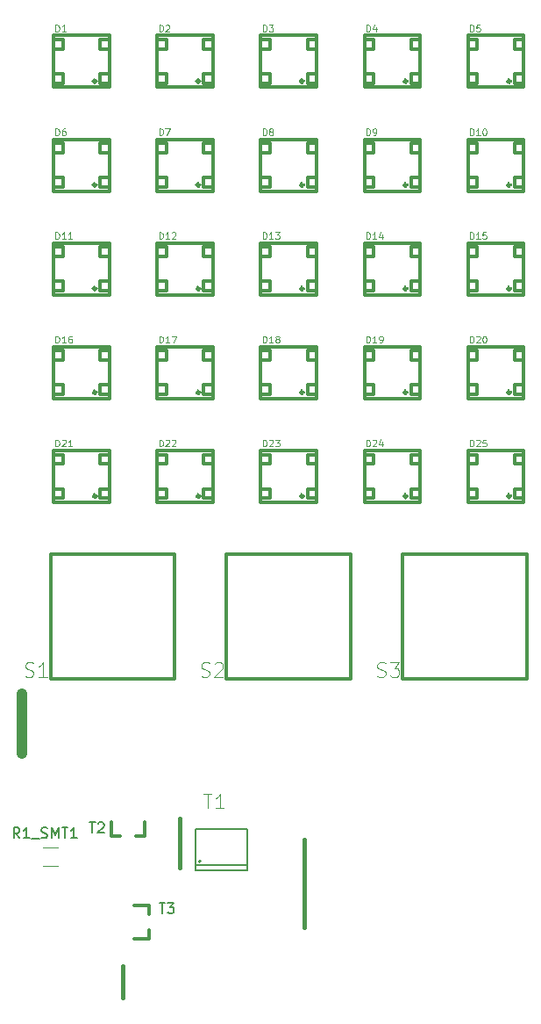
<source format=gbr>
%TF.GenerationSoftware,KiCad,Pcbnew,7.0.7*%
%TF.CreationDate,2023-09-08T08:11:20+02:00*%
%TF.ProjectId,D1Mini_Wuerfel_aktuell,44314d69-6e69-45f5-9775-657266656c5f,rev?*%
%TF.SameCoordinates,Original*%
%TF.FileFunction,Legend,Top*%
%TF.FilePolarity,Positive*%
%FSLAX46Y46*%
G04 Gerber Fmt 4.6, Leading zero omitted, Abs format (unit mm)*
G04 Created by KiCad (PCBNEW 7.0.7) date 2023-09-08 08:11:20*
%MOMM*%
%LPD*%
G01*
G04 APERTURE LIST*
%ADD10C,0.400000*%
%ADD11C,1.000000*%
%ADD12C,0.056000*%
%ADD13C,0.120000*%
%ADD14C,0.150000*%
%ADD15C,0.160000*%
%ADD16C,0.300000*%
%ADD17C,0.200000*%
G04 APERTURE END LIST*
D10*
X117250000Y-147750000D02*
X117250000Y-150750000D01*
X122750000Y-138250000D02*
X122750000Y-133500000D01*
D11*
X107500000Y-121500000D02*
X107500000Y-127250000D01*
D10*
X134750000Y-135500000D02*
X134750000Y-144000000D01*
D12*
X150780175Y-77618274D02*
X150780175Y-76974274D01*
X150780175Y-76974274D02*
X150933508Y-76974274D01*
X150933508Y-76974274D02*
X151025508Y-77004941D01*
X151025508Y-77004941D02*
X151086842Y-77066274D01*
X151086842Y-77066274D02*
X151117508Y-77127608D01*
X151117508Y-77127608D02*
X151148175Y-77250274D01*
X151148175Y-77250274D02*
X151148175Y-77342274D01*
X151148175Y-77342274D02*
X151117508Y-77464941D01*
X151117508Y-77464941D02*
X151086842Y-77526274D01*
X151086842Y-77526274D02*
X151025508Y-77587608D01*
X151025508Y-77587608D02*
X150933508Y-77618274D01*
X150933508Y-77618274D02*
X150780175Y-77618274D01*
X151761508Y-77618274D02*
X151393508Y-77618274D01*
X151577508Y-77618274D02*
X151577508Y-76974274D01*
X151577508Y-76974274D02*
X151516175Y-77066274D01*
X151516175Y-77066274D02*
X151454842Y-77127608D01*
X151454842Y-77127608D02*
X151393508Y-77158274D01*
X152344175Y-76974274D02*
X152037508Y-76974274D01*
X152037508Y-76974274D02*
X152006841Y-77280941D01*
X152006841Y-77280941D02*
X152037508Y-77250274D01*
X152037508Y-77250274D02*
X152098841Y-77219608D01*
X152098841Y-77219608D02*
X152252175Y-77219608D01*
X152252175Y-77219608D02*
X152313508Y-77250274D01*
X152313508Y-77250274D02*
X152344175Y-77280941D01*
X152344175Y-77280941D02*
X152374841Y-77342274D01*
X152374841Y-77342274D02*
X152374841Y-77495608D01*
X152374841Y-77495608D02*
X152344175Y-77556941D01*
X152344175Y-77556941D02*
X152313508Y-77587608D01*
X152313508Y-77587608D02*
X152252175Y-77618274D01*
X152252175Y-77618274D02*
X152098841Y-77618274D01*
X152098841Y-77618274D02*
X152037508Y-77587608D01*
X152037508Y-77587608D02*
X152006841Y-77556941D01*
X130780175Y-87618274D02*
X130780175Y-86974274D01*
X130780175Y-86974274D02*
X130933508Y-86974274D01*
X130933508Y-86974274D02*
X131025508Y-87004941D01*
X131025508Y-87004941D02*
X131086842Y-87066274D01*
X131086842Y-87066274D02*
X131117508Y-87127608D01*
X131117508Y-87127608D02*
X131148175Y-87250274D01*
X131148175Y-87250274D02*
X131148175Y-87342274D01*
X131148175Y-87342274D02*
X131117508Y-87464941D01*
X131117508Y-87464941D02*
X131086842Y-87526274D01*
X131086842Y-87526274D02*
X131025508Y-87587608D01*
X131025508Y-87587608D02*
X130933508Y-87618274D01*
X130933508Y-87618274D02*
X130780175Y-87618274D01*
X131761508Y-87618274D02*
X131393508Y-87618274D01*
X131577508Y-87618274D02*
X131577508Y-86974274D01*
X131577508Y-86974274D02*
X131516175Y-87066274D01*
X131516175Y-87066274D02*
X131454842Y-87127608D01*
X131454842Y-87127608D02*
X131393508Y-87158274D01*
X132129508Y-87250274D02*
X132068175Y-87219608D01*
X132068175Y-87219608D02*
X132037508Y-87188941D01*
X132037508Y-87188941D02*
X132006841Y-87127608D01*
X132006841Y-87127608D02*
X132006841Y-87096941D01*
X132006841Y-87096941D02*
X132037508Y-87035608D01*
X132037508Y-87035608D02*
X132068175Y-87004941D01*
X132068175Y-87004941D02*
X132129508Y-86974274D01*
X132129508Y-86974274D02*
X132252175Y-86974274D01*
X132252175Y-86974274D02*
X132313508Y-87004941D01*
X132313508Y-87004941D02*
X132344175Y-87035608D01*
X132344175Y-87035608D02*
X132374841Y-87096941D01*
X132374841Y-87096941D02*
X132374841Y-87127608D01*
X132374841Y-87127608D02*
X132344175Y-87188941D01*
X132344175Y-87188941D02*
X132313508Y-87219608D01*
X132313508Y-87219608D02*
X132252175Y-87250274D01*
X132252175Y-87250274D02*
X132129508Y-87250274D01*
X132129508Y-87250274D02*
X132068175Y-87280941D01*
X132068175Y-87280941D02*
X132037508Y-87311608D01*
X132037508Y-87311608D02*
X132006841Y-87372941D01*
X132006841Y-87372941D02*
X132006841Y-87495608D01*
X132006841Y-87495608D02*
X132037508Y-87556941D01*
X132037508Y-87556941D02*
X132068175Y-87587608D01*
X132068175Y-87587608D02*
X132129508Y-87618274D01*
X132129508Y-87618274D02*
X132252175Y-87618274D01*
X132252175Y-87618274D02*
X132313508Y-87587608D01*
X132313508Y-87587608D02*
X132344175Y-87556941D01*
X132344175Y-87556941D02*
X132374841Y-87495608D01*
X132374841Y-87495608D02*
X132374841Y-87372941D01*
X132374841Y-87372941D02*
X132344175Y-87311608D01*
X132344175Y-87311608D02*
X132313508Y-87280941D01*
X132313508Y-87280941D02*
X132252175Y-87250274D01*
D13*
X107841804Y-119759160D02*
X108038947Y-119824874D01*
X108038947Y-119824874D02*
X108367518Y-119824874D01*
X108367518Y-119824874D02*
X108498947Y-119759160D01*
X108498947Y-119759160D02*
X108564661Y-119693445D01*
X108564661Y-119693445D02*
X108630375Y-119562017D01*
X108630375Y-119562017D02*
X108630375Y-119430588D01*
X108630375Y-119430588D02*
X108564661Y-119299160D01*
X108564661Y-119299160D02*
X108498947Y-119233445D01*
X108498947Y-119233445D02*
X108367518Y-119167731D01*
X108367518Y-119167731D02*
X108104661Y-119102017D01*
X108104661Y-119102017D02*
X107973232Y-119036302D01*
X107973232Y-119036302D02*
X107907518Y-118970588D01*
X107907518Y-118970588D02*
X107841804Y-118839160D01*
X107841804Y-118839160D02*
X107841804Y-118707731D01*
X107841804Y-118707731D02*
X107907518Y-118576302D01*
X107907518Y-118576302D02*
X107973232Y-118510588D01*
X107973232Y-118510588D02*
X108104661Y-118444874D01*
X108104661Y-118444874D02*
X108433232Y-118444874D01*
X108433232Y-118444874D02*
X108630375Y-118510588D01*
X109944661Y-119824874D02*
X109156090Y-119824874D01*
X109550375Y-119824874D02*
X109550375Y-118444874D01*
X109550375Y-118444874D02*
X109418947Y-118642017D01*
X109418947Y-118642017D02*
X109287518Y-118773445D01*
X109287518Y-118773445D02*
X109156090Y-118839160D01*
D12*
X130780175Y-57618274D02*
X130780175Y-56974274D01*
X130780175Y-56974274D02*
X130933508Y-56974274D01*
X130933508Y-56974274D02*
X131025508Y-57004941D01*
X131025508Y-57004941D02*
X131086842Y-57066274D01*
X131086842Y-57066274D02*
X131117508Y-57127608D01*
X131117508Y-57127608D02*
X131148175Y-57250274D01*
X131148175Y-57250274D02*
X131148175Y-57342274D01*
X131148175Y-57342274D02*
X131117508Y-57464941D01*
X131117508Y-57464941D02*
X131086842Y-57526274D01*
X131086842Y-57526274D02*
X131025508Y-57587608D01*
X131025508Y-57587608D02*
X130933508Y-57618274D01*
X130933508Y-57618274D02*
X130780175Y-57618274D01*
X131362842Y-56974274D02*
X131761508Y-56974274D01*
X131761508Y-56974274D02*
X131546842Y-57219608D01*
X131546842Y-57219608D02*
X131638842Y-57219608D01*
X131638842Y-57219608D02*
X131700175Y-57250274D01*
X131700175Y-57250274D02*
X131730842Y-57280941D01*
X131730842Y-57280941D02*
X131761508Y-57342274D01*
X131761508Y-57342274D02*
X131761508Y-57495608D01*
X131761508Y-57495608D02*
X131730842Y-57556941D01*
X131730842Y-57556941D02*
X131700175Y-57587608D01*
X131700175Y-57587608D02*
X131638842Y-57618274D01*
X131638842Y-57618274D02*
X131454842Y-57618274D01*
X131454842Y-57618274D02*
X131393508Y-57587608D01*
X131393508Y-57587608D02*
X131362842Y-57556941D01*
X140780175Y-87618274D02*
X140780175Y-86974274D01*
X140780175Y-86974274D02*
X140933508Y-86974274D01*
X140933508Y-86974274D02*
X141025508Y-87004941D01*
X141025508Y-87004941D02*
X141086842Y-87066274D01*
X141086842Y-87066274D02*
X141117508Y-87127608D01*
X141117508Y-87127608D02*
X141148175Y-87250274D01*
X141148175Y-87250274D02*
X141148175Y-87342274D01*
X141148175Y-87342274D02*
X141117508Y-87464941D01*
X141117508Y-87464941D02*
X141086842Y-87526274D01*
X141086842Y-87526274D02*
X141025508Y-87587608D01*
X141025508Y-87587608D02*
X140933508Y-87618274D01*
X140933508Y-87618274D02*
X140780175Y-87618274D01*
X141761508Y-87618274D02*
X141393508Y-87618274D01*
X141577508Y-87618274D02*
X141577508Y-86974274D01*
X141577508Y-86974274D02*
X141516175Y-87066274D01*
X141516175Y-87066274D02*
X141454842Y-87127608D01*
X141454842Y-87127608D02*
X141393508Y-87158274D01*
X142068175Y-87618274D02*
X142190841Y-87618274D01*
X142190841Y-87618274D02*
X142252175Y-87587608D01*
X142252175Y-87587608D02*
X142282841Y-87556941D01*
X142282841Y-87556941D02*
X142344175Y-87464941D01*
X142344175Y-87464941D02*
X142374841Y-87342274D01*
X142374841Y-87342274D02*
X142374841Y-87096941D01*
X142374841Y-87096941D02*
X142344175Y-87035608D01*
X142344175Y-87035608D02*
X142313508Y-87004941D01*
X142313508Y-87004941D02*
X142252175Y-86974274D01*
X142252175Y-86974274D02*
X142129508Y-86974274D01*
X142129508Y-86974274D02*
X142068175Y-87004941D01*
X142068175Y-87004941D02*
X142037508Y-87035608D01*
X142037508Y-87035608D02*
X142006841Y-87096941D01*
X142006841Y-87096941D02*
X142006841Y-87250274D01*
X142006841Y-87250274D02*
X142037508Y-87311608D01*
X142037508Y-87311608D02*
X142068175Y-87342274D01*
X142068175Y-87342274D02*
X142129508Y-87372941D01*
X142129508Y-87372941D02*
X142252175Y-87372941D01*
X142252175Y-87372941D02*
X142313508Y-87342274D01*
X142313508Y-87342274D02*
X142344175Y-87311608D01*
X142344175Y-87311608D02*
X142374841Y-87250274D01*
X110780175Y-87618274D02*
X110780175Y-86974274D01*
X110780175Y-86974274D02*
X110933508Y-86974274D01*
X110933508Y-86974274D02*
X111025508Y-87004941D01*
X111025508Y-87004941D02*
X111086842Y-87066274D01*
X111086842Y-87066274D02*
X111117508Y-87127608D01*
X111117508Y-87127608D02*
X111148175Y-87250274D01*
X111148175Y-87250274D02*
X111148175Y-87342274D01*
X111148175Y-87342274D02*
X111117508Y-87464941D01*
X111117508Y-87464941D02*
X111086842Y-87526274D01*
X111086842Y-87526274D02*
X111025508Y-87587608D01*
X111025508Y-87587608D02*
X110933508Y-87618274D01*
X110933508Y-87618274D02*
X110780175Y-87618274D01*
X111761508Y-87618274D02*
X111393508Y-87618274D01*
X111577508Y-87618274D02*
X111577508Y-86974274D01*
X111577508Y-86974274D02*
X111516175Y-87066274D01*
X111516175Y-87066274D02*
X111454842Y-87127608D01*
X111454842Y-87127608D02*
X111393508Y-87158274D01*
X112313508Y-86974274D02*
X112190841Y-86974274D01*
X112190841Y-86974274D02*
X112129508Y-87004941D01*
X112129508Y-87004941D02*
X112098841Y-87035608D01*
X112098841Y-87035608D02*
X112037508Y-87127608D01*
X112037508Y-87127608D02*
X112006841Y-87250274D01*
X112006841Y-87250274D02*
X112006841Y-87495608D01*
X112006841Y-87495608D02*
X112037508Y-87556941D01*
X112037508Y-87556941D02*
X112068175Y-87587608D01*
X112068175Y-87587608D02*
X112129508Y-87618274D01*
X112129508Y-87618274D02*
X112252175Y-87618274D01*
X112252175Y-87618274D02*
X112313508Y-87587608D01*
X112313508Y-87587608D02*
X112344175Y-87556941D01*
X112344175Y-87556941D02*
X112374841Y-87495608D01*
X112374841Y-87495608D02*
X112374841Y-87342274D01*
X112374841Y-87342274D02*
X112344175Y-87280941D01*
X112344175Y-87280941D02*
X112313508Y-87250274D01*
X112313508Y-87250274D02*
X112252175Y-87219608D01*
X112252175Y-87219608D02*
X112129508Y-87219608D01*
X112129508Y-87219608D02*
X112068175Y-87250274D01*
X112068175Y-87250274D02*
X112037508Y-87280941D01*
X112037508Y-87280941D02*
X112006841Y-87342274D01*
D14*
X107297618Y-135364819D02*
X106964285Y-134888628D01*
X106726190Y-135364819D02*
X106726190Y-134364819D01*
X106726190Y-134364819D02*
X107107142Y-134364819D01*
X107107142Y-134364819D02*
X107202380Y-134412438D01*
X107202380Y-134412438D02*
X107249999Y-134460057D01*
X107249999Y-134460057D02*
X107297618Y-134555295D01*
X107297618Y-134555295D02*
X107297618Y-134698152D01*
X107297618Y-134698152D02*
X107249999Y-134793390D01*
X107249999Y-134793390D02*
X107202380Y-134841009D01*
X107202380Y-134841009D02*
X107107142Y-134888628D01*
X107107142Y-134888628D02*
X106726190Y-134888628D01*
X108249999Y-135364819D02*
X107678571Y-135364819D01*
X107964285Y-135364819D02*
X107964285Y-134364819D01*
X107964285Y-134364819D02*
X107869047Y-134507676D01*
X107869047Y-134507676D02*
X107773809Y-134602914D01*
X107773809Y-134602914D02*
X107678571Y-134650533D01*
X108440476Y-135460057D02*
X109202380Y-135460057D01*
X109392857Y-135317200D02*
X109535714Y-135364819D01*
X109535714Y-135364819D02*
X109773809Y-135364819D01*
X109773809Y-135364819D02*
X109869047Y-135317200D01*
X109869047Y-135317200D02*
X109916666Y-135269580D01*
X109916666Y-135269580D02*
X109964285Y-135174342D01*
X109964285Y-135174342D02*
X109964285Y-135079104D01*
X109964285Y-135079104D02*
X109916666Y-134983866D01*
X109916666Y-134983866D02*
X109869047Y-134936247D01*
X109869047Y-134936247D02*
X109773809Y-134888628D01*
X109773809Y-134888628D02*
X109583333Y-134841009D01*
X109583333Y-134841009D02*
X109488095Y-134793390D01*
X109488095Y-134793390D02*
X109440476Y-134745771D01*
X109440476Y-134745771D02*
X109392857Y-134650533D01*
X109392857Y-134650533D02*
X109392857Y-134555295D01*
X109392857Y-134555295D02*
X109440476Y-134460057D01*
X109440476Y-134460057D02*
X109488095Y-134412438D01*
X109488095Y-134412438D02*
X109583333Y-134364819D01*
X109583333Y-134364819D02*
X109821428Y-134364819D01*
X109821428Y-134364819D02*
X109964285Y-134412438D01*
X110392857Y-135364819D02*
X110392857Y-134364819D01*
X110392857Y-134364819D02*
X110726190Y-135079104D01*
X110726190Y-135079104D02*
X111059523Y-134364819D01*
X111059523Y-134364819D02*
X111059523Y-135364819D01*
X111392857Y-134364819D02*
X111964285Y-134364819D01*
X111678571Y-135364819D02*
X111678571Y-134364819D01*
X112821428Y-135364819D02*
X112250000Y-135364819D01*
X112535714Y-135364819D02*
X112535714Y-134364819D01*
X112535714Y-134364819D02*
X112440476Y-134507676D01*
X112440476Y-134507676D02*
X112345238Y-134602914D01*
X112345238Y-134602914D02*
X112250000Y-134650533D01*
D12*
X140780175Y-77618274D02*
X140780175Y-76974274D01*
X140780175Y-76974274D02*
X140933508Y-76974274D01*
X140933508Y-76974274D02*
X141025508Y-77004941D01*
X141025508Y-77004941D02*
X141086842Y-77066274D01*
X141086842Y-77066274D02*
X141117508Y-77127608D01*
X141117508Y-77127608D02*
X141148175Y-77250274D01*
X141148175Y-77250274D02*
X141148175Y-77342274D01*
X141148175Y-77342274D02*
X141117508Y-77464941D01*
X141117508Y-77464941D02*
X141086842Y-77526274D01*
X141086842Y-77526274D02*
X141025508Y-77587608D01*
X141025508Y-77587608D02*
X140933508Y-77618274D01*
X140933508Y-77618274D02*
X140780175Y-77618274D01*
X141761508Y-77618274D02*
X141393508Y-77618274D01*
X141577508Y-77618274D02*
X141577508Y-76974274D01*
X141577508Y-76974274D02*
X141516175Y-77066274D01*
X141516175Y-77066274D02*
X141454842Y-77127608D01*
X141454842Y-77127608D02*
X141393508Y-77158274D01*
X142313508Y-77188941D02*
X142313508Y-77618274D01*
X142160175Y-76943608D02*
X142006841Y-77403608D01*
X142006841Y-77403608D02*
X142405508Y-77403608D01*
X120780175Y-57618274D02*
X120780175Y-56974274D01*
X120780175Y-56974274D02*
X120933508Y-56974274D01*
X120933508Y-56974274D02*
X121025508Y-57004941D01*
X121025508Y-57004941D02*
X121086842Y-57066274D01*
X121086842Y-57066274D02*
X121117508Y-57127608D01*
X121117508Y-57127608D02*
X121148175Y-57250274D01*
X121148175Y-57250274D02*
X121148175Y-57342274D01*
X121148175Y-57342274D02*
X121117508Y-57464941D01*
X121117508Y-57464941D02*
X121086842Y-57526274D01*
X121086842Y-57526274D02*
X121025508Y-57587608D01*
X121025508Y-57587608D02*
X120933508Y-57618274D01*
X120933508Y-57618274D02*
X120780175Y-57618274D01*
X121393508Y-57035608D02*
X121424175Y-57004941D01*
X121424175Y-57004941D02*
X121485508Y-56974274D01*
X121485508Y-56974274D02*
X121638842Y-56974274D01*
X121638842Y-56974274D02*
X121700175Y-57004941D01*
X121700175Y-57004941D02*
X121730842Y-57035608D01*
X121730842Y-57035608D02*
X121761508Y-57096941D01*
X121761508Y-57096941D02*
X121761508Y-57158274D01*
X121761508Y-57158274D02*
X121730842Y-57250274D01*
X121730842Y-57250274D02*
X121362842Y-57618274D01*
X121362842Y-57618274D02*
X121761508Y-57618274D01*
D15*
X114025689Y-133869299D02*
X114597117Y-133869299D01*
X114311403Y-134869299D02*
X114311403Y-133869299D01*
X114882832Y-133964537D02*
X114930451Y-133916918D01*
X114930451Y-133916918D02*
X115025689Y-133869299D01*
X115025689Y-133869299D02*
X115263784Y-133869299D01*
X115263784Y-133869299D02*
X115359022Y-133916918D01*
X115359022Y-133916918D02*
X115406641Y-133964537D01*
X115406641Y-133964537D02*
X115454260Y-134059775D01*
X115454260Y-134059775D02*
X115454260Y-134155013D01*
X115454260Y-134155013D02*
X115406641Y-134297870D01*
X115406641Y-134297870D02*
X114835213Y-134869299D01*
X114835213Y-134869299D02*
X115454260Y-134869299D01*
D12*
X140780175Y-97618274D02*
X140780175Y-96974274D01*
X140780175Y-96974274D02*
X140933508Y-96974274D01*
X140933508Y-96974274D02*
X141025508Y-97004941D01*
X141025508Y-97004941D02*
X141086842Y-97066274D01*
X141086842Y-97066274D02*
X141117508Y-97127608D01*
X141117508Y-97127608D02*
X141148175Y-97250274D01*
X141148175Y-97250274D02*
X141148175Y-97342274D01*
X141148175Y-97342274D02*
X141117508Y-97464941D01*
X141117508Y-97464941D02*
X141086842Y-97526274D01*
X141086842Y-97526274D02*
X141025508Y-97587608D01*
X141025508Y-97587608D02*
X140933508Y-97618274D01*
X140933508Y-97618274D02*
X140780175Y-97618274D01*
X141393508Y-97035608D02*
X141424175Y-97004941D01*
X141424175Y-97004941D02*
X141485508Y-96974274D01*
X141485508Y-96974274D02*
X141638842Y-96974274D01*
X141638842Y-96974274D02*
X141700175Y-97004941D01*
X141700175Y-97004941D02*
X141730842Y-97035608D01*
X141730842Y-97035608D02*
X141761508Y-97096941D01*
X141761508Y-97096941D02*
X141761508Y-97158274D01*
X141761508Y-97158274D02*
X141730842Y-97250274D01*
X141730842Y-97250274D02*
X141362842Y-97618274D01*
X141362842Y-97618274D02*
X141761508Y-97618274D01*
X142313508Y-97188941D02*
X142313508Y-97618274D01*
X142160175Y-96943608D02*
X142006841Y-97403608D01*
X142006841Y-97403608D02*
X142405508Y-97403608D01*
X150780175Y-97618274D02*
X150780175Y-96974274D01*
X150780175Y-96974274D02*
X150933508Y-96974274D01*
X150933508Y-96974274D02*
X151025508Y-97004941D01*
X151025508Y-97004941D02*
X151086842Y-97066274D01*
X151086842Y-97066274D02*
X151117508Y-97127608D01*
X151117508Y-97127608D02*
X151148175Y-97250274D01*
X151148175Y-97250274D02*
X151148175Y-97342274D01*
X151148175Y-97342274D02*
X151117508Y-97464941D01*
X151117508Y-97464941D02*
X151086842Y-97526274D01*
X151086842Y-97526274D02*
X151025508Y-97587608D01*
X151025508Y-97587608D02*
X150933508Y-97618274D01*
X150933508Y-97618274D02*
X150780175Y-97618274D01*
X151393508Y-97035608D02*
X151424175Y-97004941D01*
X151424175Y-97004941D02*
X151485508Y-96974274D01*
X151485508Y-96974274D02*
X151638842Y-96974274D01*
X151638842Y-96974274D02*
X151700175Y-97004941D01*
X151700175Y-97004941D02*
X151730842Y-97035608D01*
X151730842Y-97035608D02*
X151761508Y-97096941D01*
X151761508Y-97096941D02*
X151761508Y-97158274D01*
X151761508Y-97158274D02*
X151730842Y-97250274D01*
X151730842Y-97250274D02*
X151362842Y-97618274D01*
X151362842Y-97618274D02*
X151761508Y-97618274D01*
X152344175Y-96974274D02*
X152037508Y-96974274D01*
X152037508Y-96974274D02*
X152006841Y-97280941D01*
X152006841Y-97280941D02*
X152037508Y-97250274D01*
X152037508Y-97250274D02*
X152098841Y-97219608D01*
X152098841Y-97219608D02*
X152252175Y-97219608D01*
X152252175Y-97219608D02*
X152313508Y-97250274D01*
X152313508Y-97250274D02*
X152344175Y-97280941D01*
X152344175Y-97280941D02*
X152374841Y-97342274D01*
X152374841Y-97342274D02*
X152374841Y-97495608D01*
X152374841Y-97495608D02*
X152344175Y-97556941D01*
X152344175Y-97556941D02*
X152313508Y-97587608D01*
X152313508Y-97587608D02*
X152252175Y-97618274D01*
X152252175Y-97618274D02*
X152098841Y-97618274D01*
X152098841Y-97618274D02*
X152037508Y-97587608D01*
X152037508Y-97587608D02*
X152006841Y-97556941D01*
X150780175Y-87618274D02*
X150780175Y-86974274D01*
X150780175Y-86974274D02*
X150933508Y-86974274D01*
X150933508Y-86974274D02*
X151025508Y-87004941D01*
X151025508Y-87004941D02*
X151086842Y-87066274D01*
X151086842Y-87066274D02*
X151117508Y-87127608D01*
X151117508Y-87127608D02*
X151148175Y-87250274D01*
X151148175Y-87250274D02*
X151148175Y-87342274D01*
X151148175Y-87342274D02*
X151117508Y-87464941D01*
X151117508Y-87464941D02*
X151086842Y-87526274D01*
X151086842Y-87526274D02*
X151025508Y-87587608D01*
X151025508Y-87587608D02*
X150933508Y-87618274D01*
X150933508Y-87618274D02*
X150780175Y-87618274D01*
X151393508Y-87035608D02*
X151424175Y-87004941D01*
X151424175Y-87004941D02*
X151485508Y-86974274D01*
X151485508Y-86974274D02*
X151638842Y-86974274D01*
X151638842Y-86974274D02*
X151700175Y-87004941D01*
X151700175Y-87004941D02*
X151730842Y-87035608D01*
X151730842Y-87035608D02*
X151761508Y-87096941D01*
X151761508Y-87096941D02*
X151761508Y-87158274D01*
X151761508Y-87158274D02*
X151730842Y-87250274D01*
X151730842Y-87250274D02*
X151362842Y-87618274D01*
X151362842Y-87618274D02*
X151761508Y-87618274D01*
X152160175Y-86974274D02*
X152221508Y-86974274D01*
X152221508Y-86974274D02*
X152282841Y-87004941D01*
X152282841Y-87004941D02*
X152313508Y-87035608D01*
X152313508Y-87035608D02*
X152344175Y-87096941D01*
X152344175Y-87096941D02*
X152374841Y-87219608D01*
X152374841Y-87219608D02*
X152374841Y-87372941D01*
X152374841Y-87372941D02*
X152344175Y-87495608D01*
X152344175Y-87495608D02*
X152313508Y-87556941D01*
X152313508Y-87556941D02*
X152282841Y-87587608D01*
X152282841Y-87587608D02*
X152221508Y-87618274D01*
X152221508Y-87618274D02*
X152160175Y-87618274D01*
X152160175Y-87618274D02*
X152098841Y-87587608D01*
X152098841Y-87587608D02*
X152068175Y-87556941D01*
X152068175Y-87556941D02*
X152037508Y-87495608D01*
X152037508Y-87495608D02*
X152006841Y-87372941D01*
X152006841Y-87372941D02*
X152006841Y-87219608D01*
X152006841Y-87219608D02*
X152037508Y-87096941D01*
X152037508Y-87096941D02*
X152068175Y-87035608D01*
X152068175Y-87035608D02*
X152098841Y-87004941D01*
X152098841Y-87004941D02*
X152160175Y-86974274D01*
X110780175Y-77618274D02*
X110780175Y-76974274D01*
X110780175Y-76974274D02*
X110933508Y-76974274D01*
X110933508Y-76974274D02*
X111025508Y-77004941D01*
X111025508Y-77004941D02*
X111086842Y-77066274D01*
X111086842Y-77066274D02*
X111117508Y-77127608D01*
X111117508Y-77127608D02*
X111148175Y-77250274D01*
X111148175Y-77250274D02*
X111148175Y-77342274D01*
X111148175Y-77342274D02*
X111117508Y-77464941D01*
X111117508Y-77464941D02*
X111086842Y-77526274D01*
X111086842Y-77526274D02*
X111025508Y-77587608D01*
X111025508Y-77587608D02*
X110933508Y-77618274D01*
X110933508Y-77618274D02*
X110780175Y-77618274D01*
X111761508Y-77618274D02*
X111393508Y-77618274D01*
X111577508Y-77618274D02*
X111577508Y-76974274D01*
X111577508Y-76974274D02*
X111516175Y-77066274D01*
X111516175Y-77066274D02*
X111454842Y-77127608D01*
X111454842Y-77127608D02*
X111393508Y-77158274D01*
X112374841Y-77618274D02*
X112006841Y-77618274D01*
X112190841Y-77618274D02*
X112190841Y-76974274D01*
X112190841Y-76974274D02*
X112129508Y-77066274D01*
X112129508Y-77066274D02*
X112068175Y-77127608D01*
X112068175Y-77127608D02*
X112006841Y-77158274D01*
D13*
X141841804Y-119759160D02*
X142038947Y-119824874D01*
X142038947Y-119824874D02*
X142367518Y-119824874D01*
X142367518Y-119824874D02*
X142498947Y-119759160D01*
X142498947Y-119759160D02*
X142564661Y-119693445D01*
X142564661Y-119693445D02*
X142630375Y-119562017D01*
X142630375Y-119562017D02*
X142630375Y-119430588D01*
X142630375Y-119430588D02*
X142564661Y-119299160D01*
X142564661Y-119299160D02*
X142498947Y-119233445D01*
X142498947Y-119233445D02*
X142367518Y-119167731D01*
X142367518Y-119167731D02*
X142104661Y-119102017D01*
X142104661Y-119102017D02*
X141973232Y-119036302D01*
X141973232Y-119036302D02*
X141907518Y-118970588D01*
X141907518Y-118970588D02*
X141841804Y-118839160D01*
X141841804Y-118839160D02*
X141841804Y-118707731D01*
X141841804Y-118707731D02*
X141907518Y-118576302D01*
X141907518Y-118576302D02*
X141973232Y-118510588D01*
X141973232Y-118510588D02*
X142104661Y-118444874D01*
X142104661Y-118444874D02*
X142433232Y-118444874D01*
X142433232Y-118444874D02*
X142630375Y-118510588D01*
X143090375Y-118444874D02*
X143944661Y-118444874D01*
X143944661Y-118444874D02*
X143484661Y-118970588D01*
X143484661Y-118970588D02*
X143681804Y-118970588D01*
X143681804Y-118970588D02*
X143813233Y-119036302D01*
X143813233Y-119036302D02*
X143878947Y-119102017D01*
X143878947Y-119102017D02*
X143944661Y-119233445D01*
X143944661Y-119233445D02*
X143944661Y-119562017D01*
X143944661Y-119562017D02*
X143878947Y-119693445D01*
X143878947Y-119693445D02*
X143813233Y-119759160D01*
X143813233Y-119759160D02*
X143681804Y-119824874D01*
X143681804Y-119824874D02*
X143287518Y-119824874D01*
X143287518Y-119824874D02*
X143156090Y-119759160D01*
X143156090Y-119759160D02*
X143090375Y-119693445D01*
D12*
X110780175Y-97618274D02*
X110780175Y-96974274D01*
X110780175Y-96974274D02*
X110933508Y-96974274D01*
X110933508Y-96974274D02*
X111025508Y-97004941D01*
X111025508Y-97004941D02*
X111086842Y-97066274D01*
X111086842Y-97066274D02*
X111117508Y-97127608D01*
X111117508Y-97127608D02*
X111148175Y-97250274D01*
X111148175Y-97250274D02*
X111148175Y-97342274D01*
X111148175Y-97342274D02*
X111117508Y-97464941D01*
X111117508Y-97464941D02*
X111086842Y-97526274D01*
X111086842Y-97526274D02*
X111025508Y-97587608D01*
X111025508Y-97587608D02*
X110933508Y-97618274D01*
X110933508Y-97618274D02*
X110780175Y-97618274D01*
X111393508Y-97035608D02*
X111424175Y-97004941D01*
X111424175Y-97004941D02*
X111485508Y-96974274D01*
X111485508Y-96974274D02*
X111638842Y-96974274D01*
X111638842Y-96974274D02*
X111700175Y-97004941D01*
X111700175Y-97004941D02*
X111730842Y-97035608D01*
X111730842Y-97035608D02*
X111761508Y-97096941D01*
X111761508Y-97096941D02*
X111761508Y-97158274D01*
X111761508Y-97158274D02*
X111730842Y-97250274D01*
X111730842Y-97250274D02*
X111362842Y-97618274D01*
X111362842Y-97618274D02*
X111761508Y-97618274D01*
X112374841Y-97618274D02*
X112006841Y-97618274D01*
X112190841Y-97618274D02*
X112190841Y-96974274D01*
X112190841Y-96974274D02*
X112129508Y-97066274D01*
X112129508Y-97066274D02*
X112068175Y-97127608D01*
X112068175Y-97127608D02*
X112006841Y-97158274D01*
X120780175Y-77618274D02*
X120780175Y-76974274D01*
X120780175Y-76974274D02*
X120933508Y-76974274D01*
X120933508Y-76974274D02*
X121025508Y-77004941D01*
X121025508Y-77004941D02*
X121086842Y-77066274D01*
X121086842Y-77066274D02*
X121117508Y-77127608D01*
X121117508Y-77127608D02*
X121148175Y-77250274D01*
X121148175Y-77250274D02*
X121148175Y-77342274D01*
X121148175Y-77342274D02*
X121117508Y-77464941D01*
X121117508Y-77464941D02*
X121086842Y-77526274D01*
X121086842Y-77526274D02*
X121025508Y-77587608D01*
X121025508Y-77587608D02*
X120933508Y-77618274D01*
X120933508Y-77618274D02*
X120780175Y-77618274D01*
X121761508Y-77618274D02*
X121393508Y-77618274D01*
X121577508Y-77618274D02*
X121577508Y-76974274D01*
X121577508Y-76974274D02*
X121516175Y-77066274D01*
X121516175Y-77066274D02*
X121454842Y-77127608D01*
X121454842Y-77127608D02*
X121393508Y-77158274D01*
X122006841Y-77035608D02*
X122037508Y-77004941D01*
X122037508Y-77004941D02*
X122098841Y-76974274D01*
X122098841Y-76974274D02*
X122252175Y-76974274D01*
X122252175Y-76974274D02*
X122313508Y-77004941D01*
X122313508Y-77004941D02*
X122344175Y-77035608D01*
X122344175Y-77035608D02*
X122374841Y-77096941D01*
X122374841Y-77096941D02*
X122374841Y-77158274D01*
X122374841Y-77158274D02*
X122344175Y-77250274D01*
X122344175Y-77250274D02*
X121976175Y-77618274D01*
X121976175Y-77618274D02*
X122374841Y-77618274D01*
X110780175Y-67618274D02*
X110780175Y-66974274D01*
X110780175Y-66974274D02*
X110933508Y-66974274D01*
X110933508Y-66974274D02*
X111025508Y-67004941D01*
X111025508Y-67004941D02*
X111086842Y-67066274D01*
X111086842Y-67066274D02*
X111117508Y-67127608D01*
X111117508Y-67127608D02*
X111148175Y-67250274D01*
X111148175Y-67250274D02*
X111148175Y-67342274D01*
X111148175Y-67342274D02*
X111117508Y-67464941D01*
X111117508Y-67464941D02*
X111086842Y-67526274D01*
X111086842Y-67526274D02*
X111025508Y-67587608D01*
X111025508Y-67587608D02*
X110933508Y-67618274D01*
X110933508Y-67618274D02*
X110780175Y-67618274D01*
X111700175Y-66974274D02*
X111577508Y-66974274D01*
X111577508Y-66974274D02*
X111516175Y-67004941D01*
X111516175Y-67004941D02*
X111485508Y-67035608D01*
X111485508Y-67035608D02*
X111424175Y-67127608D01*
X111424175Y-67127608D02*
X111393508Y-67250274D01*
X111393508Y-67250274D02*
X111393508Y-67495608D01*
X111393508Y-67495608D02*
X111424175Y-67556941D01*
X111424175Y-67556941D02*
X111454842Y-67587608D01*
X111454842Y-67587608D02*
X111516175Y-67618274D01*
X111516175Y-67618274D02*
X111638842Y-67618274D01*
X111638842Y-67618274D02*
X111700175Y-67587608D01*
X111700175Y-67587608D02*
X111730842Y-67556941D01*
X111730842Y-67556941D02*
X111761508Y-67495608D01*
X111761508Y-67495608D02*
X111761508Y-67342274D01*
X111761508Y-67342274D02*
X111730842Y-67280941D01*
X111730842Y-67280941D02*
X111700175Y-67250274D01*
X111700175Y-67250274D02*
X111638842Y-67219608D01*
X111638842Y-67219608D02*
X111516175Y-67219608D01*
X111516175Y-67219608D02*
X111454842Y-67250274D01*
X111454842Y-67250274D02*
X111424175Y-67280941D01*
X111424175Y-67280941D02*
X111393508Y-67342274D01*
X130780175Y-77618274D02*
X130780175Y-76974274D01*
X130780175Y-76974274D02*
X130933508Y-76974274D01*
X130933508Y-76974274D02*
X131025508Y-77004941D01*
X131025508Y-77004941D02*
X131086842Y-77066274D01*
X131086842Y-77066274D02*
X131117508Y-77127608D01*
X131117508Y-77127608D02*
X131148175Y-77250274D01*
X131148175Y-77250274D02*
X131148175Y-77342274D01*
X131148175Y-77342274D02*
X131117508Y-77464941D01*
X131117508Y-77464941D02*
X131086842Y-77526274D01*
X131086842Y-77526274D02*
X131025508Y-77587608D01*
X131025508Y-77587608D02*
X130933508Y-77618274D01*
X130933508Y-77618274D02*
X130780175Y-77618274D01*
X131761508Y-77618274D02*
X131393508Y-77618274D01*
X131577508Y-77618274D02*
X131577508Y-76974274D01*
X131577508Y-76974274D02*
X131516175Y-77066274D01*
X131516175Y-77066274D02*
X131454842Y-77127608D01*
X131454842Y-77127608D02*
X131393508Y-77158274D01*
X131976175Y-76974274D02*
X132374841Y-76974274D01*
X132374841Y-76974274D02*
X132160175Y-77219608D01*
X132160175Y-77219608D02*
X132252175Y-77219608D01*
X132252175Y-77219608D02*
X132313508Y-77250274D01*
X132313508Y-77250274D02*
X132344175Y-77280941D01*
X132344175Y-77280941D02*
X132374841Y-77342274D01*
X132374841Y-77342274D02*
X132374841Y-77495608D01*
X132374841Y-77495608D02*
X132344175Y-77556941D01*
X132344175Y-77556941D02*
X132313508Y-77587608D01*
X132313508Y-77587608D02*
X132252175Y-77618274D01*
X132252175Y-77618274D02*
X132068175Y-77618274D01*
X132068175Y-77618274D02*
X132006841Y-77587608D01*
X132006841Y-77587608D02*
X131976175Y-77556941D01*
X150780175Y-67618274D02*
X150780175Y-66974274D01*
X150780175Y-66974274D02*
X150933508Y-66974274D01*
X150933508Y-66974274D02*
X151025508Y-67004941D01*
X151025508Y-67004941D02*
X151086842Y-67066274D01*
X151086842Y-67066274D02*
X151117508Y-67127608D01*
X151117508Y-67127608D02*
X151148175Y-67250274D01*
X151148175Y-67250274D02*
X151148175Y-67342274D01*
X151148175Y-67342274D02*
X151117508Y-67464941D01*
X151117508Y-67464941D02*
X151086842Y-67526274D01*
X151086842Y-67526274D02*
X151025508Y-67587608D01*
X151025508Y-67587608D02*
X150933508Y-67618274D01*
X150933508Y-67618274D02*
X150780175Y-67618274D01*
X151761508Y-67618274D02*
X151393508Y-67618274D01*
X151577508Y-67618274D02*
X151577508Y-66974274D01*
X151577508Y-66974274D02*
X151516175Y-67066274D01*
X151516175Y-67066274D02*
X151454842Y-67127608D01*
X151454842Y-67127608D02*
X151393508Y-67158274D01*
X152160175Y-66974274D02*
X152221508Y-66974274D01*
X152221508Y-66974274D02*
X152282841Y-67004941D01*
X152282841Y-67004941D02*
X152313508Y-67035608D01*
X152313508Y-67035608D02*
X152344175Y-67096941D01*
X152344175Y-67096941D02*
X152374841Y-67219608D01*
X152374841Y-67219608D02*
X152374841Y-67372941D01*
X152374841Y-67372941D02*
X152344175Y-67495608D01*
X152344175Y-67495608D02*
X152313508Y-67556941D01*
X152313508Y-67556941D02*
X152282841Y-67587608D01*
X152282841Y-67587608D02*
X152221508Y-67618274D01*
X152221508Y-67618274D02*
X152160175Y-67618274D01*
X152160175Y-67618274D02*
X152098841Y-67587608D01*
X152098841Y-67587608D02*
X152068175Y-67556941D01*
X152068175Y-67556941D02*
X152037508Y-67495608D01*
X152037508Y-67495608D02*
X152006841Y-67372941D01*
X152006841Y-67372941D02*
X152006841Y-67219608D01*
X152006841Y-67219608D02*
X152037508Y-67096941D01*
X152037508Y-67096941D02*
X152068175Y-67035608D01*
X152068175Y-67035608D02*
X152098841Y-67004941D01*
X152098841Y-67004941D02*
X152160175Y-66974274D01*
X120780175Y-67618274D02*
X120780175Y-66974274D01*
X120780175Y-66974274D02*
X120933508Y-66974274D01*
X120933508Y-66974274D02*
X121025508Y-67004941D01*
X121025508Y-67004941D02*
X121086842Y-67066274D01*
X121086842Y-67066274D02*
X121117508Y-67127608D01*
X121117508Y-67127608D02*
X121148175Y-67250274D01*
X121148175Y-67250274D02*
X121148175Y-67342274D01*
X121148175Y-67342274D02*
X121117508Y-67464941D01*
X121117508Y-67464941D02*
X121086842Y-67526274D01*
X121086842Y-67526274D02*
X121025508Y-67587608D01*
X121025508Y-67587608D02*
X120933508Y-67618274D01*
X120933508Y-67618274D02*
X120780175Y-67618274D01*
X121362842Y-66974274D02*
X121792175Y-66974274D01*
X121792175Y-66974274D02*
X121516175Y-67618274D01*
X140780175Y-57618274D02*
X140780175Y-56974274D01*
X140780175Y-56974274D02*
X140933508Y-56974274D01*
X140933508Y-56974274D02*
X141025508Y-57004941D01*
X141025508Y-57004941D02*
X141086842Y-57066274D01*
X141086842Y-57066274D02*
X141117508Y-57127608D01*
X141117508Y-57127608D02*
X141148175Y-57250274D01*
X141148175Y-57250274D02*
X141148175Y-57342274D01*
X141148175Y-57342274D02*
X141117508Y-57464941D01*
X141117508Y-57464941D02*
X141086842Y-57526274D01*
X141086842Y-57526274D02*
X141025508Y-57587608D01*
X141025508Y-57587608D02*
X140933508Y-57618274D01*
X140933508Y-57618274D02*
X140780175Y-57618274D01*
X141700175Y-57188941D02*
X141700175Y-57618274D01*
X141546842Y-56943608D02*
X141393508Y-57403608D01*
X141393508Y-57403608D02*
X141792175Y-57403608D01*
X140780175Y-67618274D02*
X140780175Y-66974274D01*
X140780175Y-66974274D02*
X140933508Y-66974274D01*
X140933508Y-66974274D02*
X141025508Y-67004941D01*
X141025508Y-67004941D02*
X141086842Y-67066274D01*
X141086842Y-67066274D02*
X141117508Y-67127608D01*
X141117508Y-67127608D02*
X141148175Y-67250274D01*
X141148175Y-67250274D02*
X141148175Y-67342274D01*
X141148175Y-67342274D02*
X141117508Y-67464941D01*
X141117508Y-67464941D02*
X141086842Y-67526274D01*
X141086842Y-67526274D02*
X141025508Y-67587608D01*
X141025508Y-67587608D02*
X140933508Y-67618274D01*
X140933508Y-67618274D02*
X140780175Y-67618274D01*
X141454842Y-67618274D02*
X141577508Y-67618274D01*
X141577508Y-67618274D02*
X141638842Y-67587608D01*
X141638842Y-67587608D02*
X141669508Y-67556941D01*
X141669508Y-67556941D02*
X141730842Y-67464941D01*
X141730842Y-67464941D02*
X141761508Y-67342274D01*
X141761508Y-67342274D02*
X141761508Y-67096941D01*
X141761508Y-67096941D02*
X141730842Y-67035608D01*
X141730842Y-67035608D02*
X141700175Y-67004941D01*
X141700175Y-67004941D02*
X141638842Y-66974274D01*
X141638842Y-66974274D02*
X141516175Y-66974274D01*
X141516175Y-66974274D02*
X141454842Y-67004941D01*
X141454842Y-67004941D02*
X141424175Y-67035608D01*
X141424175Y-67035608D02*
X141393508Y-67096941D01*
X141393508Y-67096941D02*
X141393508Y-67250274D01*
X141393508Y-67250274D02*
X141424175Y-67311608D01*
X141424175Y-67311608D02*
X141454842Y-67342274D01*
X141454842Y-67342274D02*
X141516175Y-67372941D01*
X141516175Y-67372941D02*
X141638842Y-67372941D01*
X141638842Y-67372941D02*
X141700175Y-67342274D01*
X141700175Y-67342274D02*
X141730842Y-67311608D01*
X141730842Y-67311608D02*
X141761508Y-67250274D01*
X110780175Y-57618274D02*
X110780175Y-56974274D01*
X110780175Y-56974274D02*
X110933508Y-56974274D01*
X110933508Y-56974274D02*
X111025508Y-57004941D01*
X111025508Y-57004941D02*
X111086842Y-57066274D01*
X111086842Y-57066274D02*
X111117508Y-57127608D01*
X111117508Y-57127608D02*
X111148175Y-57250274D01*
X111148175Y-57250274D02*
X111148175Y-57342274D01*
X111148175Y-57342274D02*
X111117508Y-57464941D01*
X111117508Y-57464941D02*
X111086842Y-57526274D01*
X111086842Y-57526274D02*
X111025508Y-57587608D01*
X111025508Y-57587608D02*
X110933508Y-57618274D01*
X110933508Y-57618274D02*
X110780175Y-57618274D01*
X111761508Y-57618274D02*
X111393508Y-57618274D01*
X111577508Y-57618274D02*
X111577508Y-56974274D01*
X111577508Y-56974274D02*
X111516175Y-57066274D01*
X111516175Y-57066274D02*
X111454842Y-57127608D01*
X111454842Y-57127608D02*
X111393508Y-57158274D01*
X130780175Y-97618274D02*
X130780175Y-96974274D01*
X130780175Y-96974274D02*
X130933508Y-96974274D01*
X130933508Y-96974274D02*
X131025508Y-97004941D01*
X131025508Y-97004941D02*
X131086842Y-97066274D01*
X131086842Y-97066274D02*
X131117508Y-97127608D01*
X131117508Y-97127608D02*
X131148175Y-97250274D01*
X131148175Y-97250274D02*
X131148175Y-97342274D01*
X131148175Y-97342274D02*
X131117508Y-97464941D01*
X131117508Y-97464941D02*
X131086842Y-97526274D01*
X131086842Y-97526274D02*
X131025508Y-97587608D01*
X131025508Y-97587608D02*
X130933508Y-97618274D01*
X130933508Y-97618274D02*
X130780175Y-97618274D01*
X131393508Y-97035608D02*
X131424175Y-97004941D01*
X131424175Y-97004941D02*
X131485508Y-96974274D01*
X131485508Y-96974274D02*
X131638842Y-96974274D01*
X131638842Y-96974274D02*
X131700175Y-97004941D01*
X131700175Y-97004941D02*
X131730842Y-97035608D01*
X131730842Y-97035608D02*
X131761508Y-97096941D01*
X131761508Y-97096941D02*
X131761508Y-97158274D01*
X131761508Y-97158274D02*
X131730842Y-97250274D01*
X131730842Y-97250274D02*
X131362842Y-97618274D01*
X131362842Y-97618274D02*
X131761508Y-97618274D01*
X131976175Y-96974274D02*
X132374841Y-96974274D01*
X132374841Y-96974274D02*
X132160175Y-97219608D01*
X132160175Y-97219608D02*
X132252175Y-97219608D01*
X132252175Y-97219608D02*
X132313508Y-97250274D01*
X132313508Y-97250274D02*
X132344175Y-97280941D01*
X132344175Y-97280941D02*
X132374841Y-97342274D01*
X132374841Y-97342274D02*
X132374841Y-97495608D01*
X132374841Y-97495608D02*
X132344175Y-97556941D01*
X132344175Y-97556941D02*
X132313508Y-97587608D01*
X132313508Y-97587608D02*
X132252175Y-97618274D01*
X132252175Y-97618274D02*
X132068175Y-97618274D01*
X132068175Y-97618274D02*
X132006841Y-97587608D01*
X132006841Y-97587608D02*
X131976175Y-97556941D01*
X150780175Y-57618274D02*
X150780175Y-56974274D01*
X150780175Y-56974274D02*
X150933508Y-56974274D01*
X150933508Y-56974274D02*
X151025508Y-57004941D01*
X151025508Y-57004941D02*
X151086842Y-57066274D01*
X151086842Y-57066274D02*
X151117508Y-57127608D01*
X151117508Y-57127608D02*
X151148175Y-57250274D01*
X151148175Y-57250274D02*
X151148175Y-57342274D01*
X151148175Y-57342274D02*
X151117508Y-57464941D01*
X151117508Y-57464941D02*
X151086842Y-57526274D01*
X151086842Y-57526274D02*
X151025508Y-57587608D01*
X151025508Y-57587608D02*
X150933508Y-57618274D01*
X150933508Y-57618274D02*
X150780175Y-57618274D01*
X151730842Y-56974274D02*
X151424175Y-56974274D01*
X151424175Y-56974274D02*
X151393508Y-57280941D01*
X151393508Y-57280941D02*
X151424175Y-57250274D01*
X151424175Y-57250274D02*
X151485508Y-57219608D01*
X151485508Y-57219608D02*
X151638842Y-57219608D01*
X151638842Y-57219608D02*
X151700175Y-57250274D01*
X151700175Y-57250274D02*
X151730842Y-57280941D01*
X151730842Y-57280941D02*
X151761508Y-57342274D01*
X151761508Y-57342274D02*
X151761508Y-57495608D01*
X151761508Y-57495608D02*
X151730842Y-57556941D01*
X151730842Y-57556941D02*
X151700175Y-57587608D01*
X151700175Y-57587608D02*
X151638842Y-57618274D01*
X151638842Y-57618274D02*
X151485508Y-57618274D01*
X151485508Y-57618274D02*
X151424175Y-57587608D01*
X151424175Y-57587608D02*
X151393508Y-57556941D01*
X130780175Y-67618274D02*
X130780175Y-66974274D01*
X130780175Y-66974274D02*
X130933508Y-66974274D01*
X130933508Y-66974274D02*
X131025508Y-67004941D01*
X131025508Y-67004941D02*
X131086842Y-67066274D01*
X131086842Y-67066274D02*
X131117508Y-67127608D01*
X131117508Y-67127608D02*
X131148175Y-67250274D01*
X131148175Y-67250274D02*
X131148175Y-67342274D01*
X131148175Y-67342274D02*
X131117508Y-67464941D01*
X131117508Y-67464941D02*
X131086842Y-67526274D01*
X131086842Y-67526274D02*
X131025508Y-67587608D01*
X131025508Y-67587608D02*
X130933508Y-67618274D01*
X130933508Y-67618274D02*
X130780175Y-67618274D01*
X131516175Y-67250274D02*
X131454842Y-67219608D01*
X131454842Y-67219608D02*
X131424175Y-67188941D01*
X131424175Y-67188941D02*
X131393508Y-67127608D01*
X131393508Y-67127608D02*
X131393508Y-67096941D01*
X131393508Y-67096941D02*
X131424175Y-67035608D01*
X131424175Y-67035608D02*
X131454842Y-67004941D01*
X131454842Y-67004941D02*
X131516175Y-66974274D01*
X131516175Y-66974274D02*
X131638842Y-66974274D01*
X131638842Y-66974274D02*
X131700175Y-67004941D01*
X131700175Y-67004941D02*
X131730842Y-67035608D01*
X131730842Y-67035608D02*
X131761508Y-67096941D01*
X131761508Y-67096941D02*
X131761508Y-67127608D01*
X131761508Y-67127608D02*
X131730842Y-67188941D01*
X131730842Y-67188941D02*
X131700175Y-67219608D01*
X131700175Y-67219608D02*
X131638842Y-67250274D01*
X131638842Y-67250274D02*
X131516175Y-67250274D01*
X131516175Y-67250274D02*
X131454842Y-67280941D01*
X131454842Y-67280941D02*
X131424175Y-67311608D01*
X131424175Y-67311608D02*
X131393508Y-67372941D01*
X131393508Y-67372941D02*
X131393508Y-67495608D01*
X131393508Y-67495608D02*
X131424175Y-67556941D01*
X131424175Y-67556941D02*
X131454842Y-67587608D01*
X131454842Y-67587608D02*
X131516175Y-67618274D01*
X131516175Y-67618274D02*
X131638842Y-67618274D01*
X131638842Y-67618274D02*
X131700175Y-67587608D01*
X131700175Y-67587608D02*
X131730842Y-67556941D01*
X131730842Y-67556941D02*
X131761508Y-67495608D01*
X131761508Y-67495608D02*
X131761508Y-67372941D01*
X131761508Y-67372941D02*
X131730842Y-67311608D01*
X131730842Y-67311608D02*
X131700175Y-67280941D01*
X131700175Y-67280941D02*
X131638842Y-67250274D01*
D15*
X120775689Y-141619299D02*
X121347117Y-141619299D01*
X121061403Y-142619299D02*
X121061403Y-141619299D01*
X121585213Y-141619299D02*
X122204260Y-141619299D01*
X122204260Y-141619299D02*
X121870927Y-142000251D01*
X121870927Y-142000251D02*
X122013784Y-142000251D01*
X122013784Y-142000251D02*
X122109022Y-142047870D01*
X122109022Y-142047870D02*
X122156641Y-142095489D01*
X122156641Y-142095489D02*
X122204260Y-142190727D01*
X122204260Y-142190727D02*
X122204260Y-142428822D01*
X122204260Y-142428822D02*
X122156641Y-142524060D01*
X122156641Y-142524060D02*
X122109022Y-142571680D01*
X122109022Y-142571680D02*
X122013784Y-142619299D01*
X122013784Y-142619299D02*
X121728070Y-142619299D01*
X121728070Y-142619299D02*
X121632832Y-142571680D01*
X121632832Y-142571680D02*
X121585213Y-142524060D01*
D13*
X125055375Y-131134874D02*
X125843947Y-131134874D01*
X125449661Y-132514874D02*
X125449661Y-131134874D01*
X127026804Y-132514874D02*
X126238233Y-132514874D01*
X126632518Y-132514874D02*
X126632518Y-131134874D01*
X126632518Y-131134874D02*
X126501090Y-131332017D01*
X126501090Y-131332017D02*
X126369661Y-131463445D01*
X126369661Y-131463445D02*
X126238233Y-131529160D01*
D12*
X120780175Y-97618274D02*
X120780175Y-96974274D01*
X120780175Y-96974274D02*
X120933508Y-96974274D01*
X120933508Y-96974274D02*
X121025508Y-97004941D01*
X121025508Y-97004941D02*
X121086842Y-97066274D01*
X121086842Y-97066274D02*
X121117508Y-97127608D01*
X121117508Y-97127608D02*
X121148175Y-97250274D01*
X121148175Y-97250274D02*
X121148175Y-97342274D01*
X121148175Y-97342274D02*
X121117508Y-97464941D01*
X121117508Y-97464941D02*
X121086842Y-97526274D01*
X121086842Y-97526274D02*
X121025508Y-97587608D01*
X121025508Y-97587608D02*
X120933508Y-97618274D01*
X120933508Y-97618274D02*
X120780175Y-97618274D01*
X121393508Y-97035608D02*
X121424175Y-97004941D01*
X121424175Y-97004941D02*
X121485508Y-96974274D01*
X121485508Y-96974274D02*
X121638842Y-96974274D01*
X121638842Y-96974274D02*
X121700175Y-97004941D01*
X121700175Y-97004941D02*
X121730842Y-97035608D01*
X121730842Y-97035608D02*
X121761508Y-97096941D01*
X121761508Y-97096941D02*
X121761508Y-97158274D01*
X121761508Y-97158274D02*
X121730842Y-97250274D01*
X121730842Y-97250274D02*
X121362842Y-97618274D01*
X121362842Y-97618274D02*
X121761508Y-97618274D01*
X122006841Y-97035608D02*
X122037508Y-97004941D01*
X122037508Y-97004941D02*
X122098841Y-96974274D01*
X122098841Y-96974274D02*
X122252175Y-96974274D01*
X122252175Y-96974274D02*
X122313508Y-97004941D01*
X122313508Y-97004941D02*
X122344175Y-97035608D01*
X122344175Y-97035608D02*
X122374841Y-97096941D01*
X122374841Y-97096941D02*
X122374841Y-97158274D01*
X122374841Y-97158274D02*
X122344175Y-97250274D01*
X122344175Y-97250274D02*
X121976175Y-97618274D01*
X121976175Y-97618274D02*
X122374841Y-97618274D01*
D13*
X124841804Y-119759160D02*
X125038947Y-119824874D01*
X125038947Y-119824874D02*
X125367518Y-119824874D01*
X125367518Y-119824874D02*
X125498947Y-119759160D01*
X125498947Y-119759160D02*
X125564661Y-119693445D01*
X125564661Y-119693445D02*
X125630375Y-119562017D01*
X125630375Y-119562017D02*
X125630375Y-119430588D01*
X125630375Y-119430588D02*
X125564661Y-119299160D01*
X125564661Y-119299160D02*
X125498947Y-119233445D01*
X125498947Y-119233445D02*
X125367518Y-119167731D01*
X125367518Y-119167731D02*
X125104661Y-119102017D01*
X125104661Y-119102017D02*
X124973232Y-119036302D01*
X124973232Y-119036302D02*
X124907518Y-118970588D01*
X124907518Y-118970588D02*
X124841804Y-118839160D01*
X124841804Y-118839160D02*
X124841804Y-118707731D01*
X124841804Y-118707731D02*
X124907518Y-118576302D01*
X124907518Y-118576302D02*
X124973232Y-118510588D01*
X124973232Y-118510588D02*
X125104661Y-118444874D01*
X125104661Y-118444874D02*
X125433232Y-118444874D01*
X125433232Y-118444874D02*
X125630375Y-118510588D01*
X126156090Y-118576302D02*
X126221804Y-118510588D01*
X126221804Y-118510588D02*
X126353233Y-118444874D01*
X126353233Y-118444874D02*
X126681804Y-118444874D01*
X126681804Y-118444874D02*
X126813233Y-118510588D01*
X126813233Y-118510588D02*
X126878947Y-118576302D01*
X126878947Y-118576302D02*
X126944661Y-118707731D01*
X126944661Y-118707731D02*
X126944661Y-118839160D01*
X126944661Y-118839160D02*
X126878947Y-119036302D01*
X126878947Y-119036302D02*
X126090375Y-119824874D01*
X126090375Y-119824874D02*
X126944661Y-119824874D01*
D12*
X120780175Y-87618274D02*
X120780175Y-86974274D01*
X120780175Y-86974274D02*
X120933508Y-86974274D01*
X120933508Y-86974274D02*
X121025508Y-87004941D01*
X121025508Y-87004941D02*
X121086842Y-87066274D01*
X121086842Y-87066274D02*
X121117508Y-87127608D01*
X121117508Y-87127608D02*
X121148175Y-87250274D01*
X121148175Y-87250274D02*
X121148175Y-87342274D01*
X121148175Y-87342274D02*
X121117508Y-87464941D01*
X121117508Y-87464941D02*
X121086842Y-87526274D01*
X121086842Y-87526274D02*
X121025508Y-87587608D01*
X121025508Y-87587608D02*
X120933508Y-87618274D01*
X120933508Y-87618274D02*
X120780175Y-87618274D01*
X121761508Y-87618274D02*
X121393508Y-87618274D01*
X121577508Y-87618274D02*
X121577508Y-86974274D01*
X121577508Y-86974274D02*
X121516175Y-87066274D01*
X121516175Y-87066274D02*
X121454842Y-87127608D01*
X121454842Y-87127608D02*
X121393508Y-87158274D01*
X121976175Y-86974274D02*
X122405508Y-86974274D01*
X122405508Y-86974274D02*
X122129508Y-87618274D01*
D16*
%TO.C,D15*%
X150590000Y-78000000D02*
X155990000Y-78000000D01*
X150590000Y-83000000D02*
X150590000Y-78000000D01*
X151490000Y-78400000D02*
X150590000Y-78400000D01*
X151490000Y-79300000D02*
X150590000Y-79300000D01*
X151490000Y-79300000D02*
X151490000Y-78400000D01*
X151490000Y-81700000D02*
X150590000Y-81700000D01*
X151490000Y-82600000D02*
X150590000Y-82600000D01*
X151490000Y-82600000D02*
X151490000Y-81700000D01*
X155090000Y-78400000D02*
X155990000Y-78400000D01*
X155090000Y-79300000D02*
X155090000Y-78400000D01*
X155090000Y-79300000D02*
X155990000Y-79300000D01*
X155090000Y-81700000D02*
X155990000Y-81700000D01*
X155090000Y-82600000D02*
X155090000Y-81700000D01*
X155090000Y-82600000D02*
X155990000Y-82600000D01*
X155990000Y-78000000D02*
X155990000Y-83000000D01*
X155990000Y-83000000D02*
X150590000Y-83000000D01*
X154710000Y-82405000D02*
G75*
G03*
X154710000Y-82405000I-150000J0D01*
G01*
%TO.C,D18*%
X130590000Y-88000000D02*
X135990000Y-88000000D01*
X130590000Y-93000000D02*
X130590000Y-88000000D01*
X131490000Y-88400000D02*
X130590000Y-88400000D01*
X131490000Y-89300000D02*
X130590000Y-89300000D01*
X131490000Y-89300000D02*
X131490000Y-88400000D01*
X131490000Y-91700000D02*
X130590000Y-91700000D01*
X131490000Y-92600000D02*
X130590000Y-92600000D01*
X131490000Y-92600000D02*
X131490000Y-91700000D01*
X135090000Y-88400000D02*
X135990000Y-88400000D01*
X135090000Y-89300000D02*
X135090000Y-88400000D01*
X135090000Y-89300000D02*
X135990000Y-89300000D01*
X135090000Y-91700000D02*
X135990000Y-91700000D01*
X135090000Y-92600000D02*
X135090000Y-91700000D01*
X135090000Y-92600000D02*
X135990000Y-92600000D01*
X135990000Y-88000000D02*
X135990000Y-93000000D01*
X135990000Y-93000000D02*
X130590000Y-93000000D01*
X134710000Y-92405000D02*
G75*
G03*
X134710000Y-92405000I-150000J0D01*
G01*
%TO.C,S1*%
X110290000Y-108000000D02*
X122290000Y-108000000D01*
X110290000Y-120000000D02*
X110290000Y-108000000D01*
X122290000Y-108000000D02*
X122290000Y-120000000D01*
X122290000Y-120000000D02*
X110290000Y-120000000D01*
%TO.C,D3*%
X130590000Y-58000000D02*
X135990000Y-58000000D01*
X130590000Y-63000000D02*
X130590000Y-58000000D01*
X131490000Y-58400000D02*
X130590000Y-58400000D01*
X131490000Y-59300000D02*
X130590000Y-59300000D01*
X131490000Y-59300000D02*
X131490000Y-58400000D01*
X131490000Y-61700000D02*
X130590000Y-61700000D01*
X131490000Y-62600000D02*
X130590000Y-62600000D01*
X131490000Y-62600000D02*
X131490000Y-61700000D01*
X135090000Y-58400000D02*
X135990000Y-58400000D01*
X135090000Y-59300000D02*
X135090000Y-58400000D01*
X135090000Y-59300000D02*
X135990000Y-59300000D01*
X135090000Y-61700000D02*
X135990000Y-61700000D01*
X135090000Y-62600000D02*
X135090000Y-61700000D01*
X135090000Y-62600000D02*
X135990000Y-62600000D01*
X135990000Y-58000000D02*
X135990000Y-63000000D01*
X135990000Y-63000000D02*
X130590000Y-63000000D01*
X134710000Y-62405000D02*
G75*
G03*
X134710000Y-62405000I-150000J0D01*
G01*
%TO.C,D19*%
X140590000Y-88000000D02*
X145990000Y-88000000D01*
X140590000Y-93000000D02*
X140590000Y-88000000D01*
X141490000Y-88400000D02*
X140590000Y-88400000D01*
X141490000Y-89300000D02*
X140590000Y-89300000D01*
X141490000Y-89300000D02*
X141490000Y-88400000D01*
X141490000Y-91700000D02*
X140590000Y-91700000D01*
X141490000Y-92600000D02*
X140590000Y-92600000D01*
X141490000Y-92600000D02*
X141490000Y-91700000D01*
X145090000Y-88400000D02*
X145990000Y-88400000D01*
X145090000Y-89300000D02*
X145090000Y-88400000D01*
X145090000Y-89300000D02*
X145990000Y-89300000D01*
X145090000Y-91700000D02*
X145990000Y-91700000D01*
X145090000Y-92600000D02*
X145090000Y-91700000D01*
X145090000Y-92600000D02*
X145990000Y-92600000D01*
X145990000Y-88000000D02*
X145990000Y-93000000D01*
X145990000Y-93000000D02*
X140590000Y-93000000D01*
X144710000Y-92405000D02*
G75*
G03*
X144710000Y-92405000I-150000J0D01*
G01*
%TO.C,D16*%
X110590000Y-88000000D02*
X115990000Y-88000000D01*
X110590000Y-93000000D02*
X110590000Y-88000000D01*
X111490000Y-88400000D02*
X110590000Y-88400000D01*
X111490000Y-89300000D02*
X110590000Y-89300000D01*
X111490000Y-89300000D02*
X111490000Y-88400000D01*
X111490000Y-91700000D02*
X110590000Y-91700000D01*
X111490000Y-92600000D02*
X110590000Y-92600000D01*
X111490000Y-92600000D02*
X111490000Y-91700000D01*
X115090000Y-88400000D02*
X115990000Y-88400000D01*
X115090000Y-89300000D02*
X115090000Y-88400000D01*
X115090000Y-89300000D02*
X115990000Y-89300000D01*
X115090000Y-91700000D02*
X115990000Y-91700000D01*
X115090000Y-92600000D02*
X115090000Y-91700000D01*
X115090000Y-92600000D02*
X115990000Y-92600000D01*
X115990000Y-88000000D02*
X115990000Y-93000000D01*
X115990000Y-93000000D02*
X110590000Y-93000000D01*
X114710000Y-92405000D02*
G75*
G03*
X114710000Y-92405000I-150000J0D01*
G01*
D13*
%TO.C,R1_SMT1*%
X109560436Y-136250000D02*
X111014564Y-136250000D01*
X109560436Y-138070000D02*
X111014564Y-138070000D01*
D16*
%TO.C,D14*%
X140590000Y-78000000D02*
X145990000Y-78000000D01*
X140590000Y-83000000D02*
X140590000Y-78000000D01*
X141490000Y-78400000D02*
X140590000Y-78400000D01*
X141490000Y-79300000D02*
X140590000Y-79300000D01*
X141490000Y-79300000D02*
X141490000Y-78400000D01*
X141490000Y-81700000D02*
X140590000Y-81700000D01*
X141490000Y-82600000D02*
X140590000Y-82600000D01*
X141490000Y-82600000D02*
X141490000Y-81700000D01*
X145090000Y-78400000D02*
X145990000Y-78400000D01*
X145090000Y-79300000D02*
X145090000Y-78400000D01*
X145090000Y-79300000D02*
X145990000Y-79300000D01*
X145090000Y-81700000D02*
X145990000Y-81700000D01*
X145090000Y-82600000D02*
X145090000Y-81700000D01*
X145090000Y-82600000D02*
X145990000Y-82600000D01*
X145990000Y-78000000D02*
X145990000Y-83000000D01*
X145990000Y-83000000D02*
X140590000Y-83000000D01*
X144710000Y-82405000D02*
G75*
G03*
X144710000Y-82405000I-150000J0D01*
G01*
%TO.C,D2*%
X120590000Y-58000000D02*
X125990000Y-58000000D01*
X120590000Y-63000000D02*
X120590000Y-58000000D01*
X121490000Y-58400000D02*
X120590000Y-58400000D01*
X121490000Y-59300000D02*
X120590000Y-59300000D01*
X121490000Y-59300000D02*
X121490000Y-58400000D01*
X121490000Y-61700000D02*
X120590000Y-61700000D01*
X121490000Y-62600000D02*
X120590000Y-62600000D01*
X121490000Y-62600000D02*
X121490000Y-61700000D01*
X125090000Y-58400000D02*
X125990000Y-58400000D01*
X125090000Y-59300000D02*
X125090000Y-58400000D01*
X125090000Y-59300000D02*
X125990000Y-59300000D01*
X125090000Y-61700000D02*
X125990000Y-61700000D01*
X125090000Y-62600000D02*
X125090000Y-61700000D01*
X125090000Y-62600000D02*
X125990000Y-62600000D01*
X125990000Y-58000000D02*
X125990000Y-63000000D01*
X125990000Y-63000000D02*
X120590000Y-63000000D01*
X124710000Y-62405000D02*
G75*
G03*
X124710000Y-62405000I-150000J0D01*
G01*
%TO.C,T2*%
X119350000Y-135200000D02*
X118500000Y-135200000D01*
X119350000Y-133800000D02*
X119350000Y-135200000D01*
X117000000Y-135200000D02*
X116150000Y-135200000D01*
X116150000Y-135200000D02*
X116150000Y-133800000D01*
%TO.C,D24*%
X140590000Y-98000000D02*
X145990000Y-98000000D01*
X140590000Y-103000000D02*
X140590000Y-98000000D01*
X141490000Y-98400000D02*
X140590000Y-98400000D01*
X141490000Y-99300000D02*
X140590000Y-99300000D01*
X141490000Y-99300000D02*
X141490000Y-98400000D01*
X141490000Y-101700000D02*
X140590000Y-101700000D01*
X141490000Y-102600000D02*
X140590000Y-102600000D01*
X141490000Y-102600000D02*
X141490000Y-101700000D01*
X145090000Y-98400000D02*
X145990000Y-98400000D01*
X145090000Y-99300000D02*
X145090000Y-98400000D01*
X145090000Y-99300000D02*
X145990000Y-99300000D01*
X145090000Y-101700000D02*
X145990000Y-101700000D01*
X145090000Y-102600000D02*
X145090000Y-101700000D01*
X145090000Y-102600000D02*
X145990000Y-102600000D01*
X145990000Y-98000000D02*
X145990000Y-103000000D01*
X145990000Y-103000000D02*
X140590000Y-103000000D01*
X144710000Y-102405000D02*
G75*
G03*
X144710000Y-102405000I-150000J0D01*
G01*
%TO.C,D25*%
X150590000Y-98000000D02*
X155990000Y-98000000D01*
X150590000Y-103000000D02*
X150590000Y-98000000D01*
X151490000Y-98400000D02*
X150590000Y-98400000D01*
X151490000Y-99300000D02*
X150590000Y-99300000D01*
X151490000Y-99300000D02*
X151490000Y-98400000D01*
X151490000Y-101700000D02*
X150590000Y-101700000D01*
X151490000Y-102600000D02*
X150590000Y-102600000D01*
X151490000Y-102600000D02*
X151490000Y-101700000D01*
X155090000Y-98400000D02*
X155990000Y-98400000D01*
X155090000Y-99300000D02*
X155090000Y-98400000D01*
X155090000Y-99300000D02*
X155990000Y-99300000D01*
X155090000Y-101700000D02*
X155990000Y-101700000D01*
X155090000Y-102600000D02*
X155090000Y-101700000D01*
X155090000Y-102600000D02*
X155990000Y-102600000D01*
X155990000Y-98000000D02*
X155990000Y-103000000D01*
X155990000Y-103000000D02*
X150590000Y-103000000D01*
X154710000Y-102405000D02*
G75*
G03*
X154710000Y-102405000I-150000J0D01*
G01*
%TO.C,D20*%
X150590000Y-88000000D02*
X155990000Y-88000000D01*
X150590000Y-93000000D02*
X150590000Y-88000000D01*
X151490000Y-88400000D02*
X150590000Y-88400000D01*
X151490000Y-89300000D02*
X150590000Y-89300000D01*
X151490000Y-89300000D02*
X151490000Y-88400000D01*
X151490000Y-91700000D02*
X150590000Y-91700000D01*
X151490000Y-92600000D02*
X150590000Y-92600000D01*
X151490000Y-92600000D02*
X151490000Y-91700000D01*
X155090000Y-88400000D02*
X155990000Y-88400000D01*
X155090000Y-89300000D02*
X155090000Y-88400000D01*
X155090000Y-89300000D02*
X155990000Y-89300000D01*
X155090000Y-91700000D02*
X155990000Y-91700000D01*
X155090000Y-92600000D02*
X155090000Y-91700000D01*
X155090000Y-92600000D02*
X155990000Y-92600000D01*
X155990000Y-88000000D02*
X155990000Y-93000000D01*
X155990000Y-93000000D02*
X150590000Y-93000000D01*
X154710000Y-92405000D02*
G75*
G03*
X154710000Y-92405000I-150000J0D01*
G01*
%TO.C,D11*%
X110590000Y-78000000D02*
X115990000Y-78000000D01*
X110590000Y-83000000D02*
X110590000Y-78000000D01*
X111490000Y-78400000D02*
X110590000Y-78400000D01*
X111490000Y-79300000D02*
X110590000Y-79300000D01*
X111490000Y-79300000D02*
X111490000Y-78400000D01*
X111490000Y-81700000D02*
X110590000Y-81700000D01*
X111490000Y-82600000D02*
X110590000Y-82600000D01*
X111490000Y-82600000D02*
X111490000Y-81700000D01*
X115090000Y-78400000D02*
X115990000Y-78400000D01*
X115090000Y-79300000D02*
X115090000Y-78400000D01*
X115090000Y-79300000D02*
X115990000Y-79300000D01*
X115090000Y-81700000D02*
X115990000Y-81700000D01*
X115090000Y-82600000D02*
X115090000Y-81700000D01*
X115090000Y-82600000D02*
X115990000Y-82600000D01*
X115990000Y-78000000D02*
X115990000Y-83000000D01*
X115990000Y-83000000D02*
X110590000Y-83000000D01*
X114710000Y-82405000D02*
G75*
G03*
X114710000Y-82405000I-150000J0D01*
G01*
%TO.C,S3*%
X144290000Y-108000000D02*
X156290000Y-108000000D01*
X144290000Y-120000000D02*
X144290000Y-108000000D01*
X156290000Y-108000000D02*
X156290000Y-120000000D01*
X156290000Y-120000000D02*
X144290000Y-120000000D01*
%TO.C,D21*%
X110590000Y-98000000D02*
X115990000Y-98000000D01*
X110590000Y-103000000D02*
X110590000Y-98000000D01*
X111490000Y-98400000D02*
X110590000Y-98400000D01*
X111490000Y-99300000D02*
X110590000Y-99300000D01*
X111490000Y-99300000D02*
X111490000Y-98400000D01*
X111490000Y-101700000D02*
X110590000Y-101700000D01*
X111490000Y-102600000D02*
X110590000Y-102600000D01*
X111490000Y-102600000D02*
X111490000Y-101700000D01*
X115090000Y-98400000D02*
X115990000Y-98400000D01*
X115090000Y-99300000D02*
X115090000Y-98400000D01*
X115090000Y-99300000D02*
X115990000Y-99300000D01*
X115090000Y-101700000D02*
X115990000Y-101700000D01*
X115090000Y-102600000D02*
X115090000Y-101700000D01*
X115090000Y-102600000D02*
X115990000Y-102600000D01*
X115990000Y-98000000D02*
X115990000Y-103000000D01*
X115990000Y-103000000D02*
X110590000Y-103000000D01*
X114710000Y-102405000D02*
G75*
G03*
X114710000Y-102405000I-150000J0D01*
G01*
%TO.C,D12*%
X120590000Y-78000000D02*
X125990000Y-78000000D01*
X120590000Y-83000000D02*
X120590000Y-78000000D01*
X121490000Y-78400000D02*
X120590000Y-78400000D01*
X121490000Y-79300000D02*
X120590000Y-79300000D01*
X121490000Y-79300000D02*
X121490000Y-78400000D01*
X121490000Y-81700000D02*
X120590000Y-81700000D01*
X121490000Y-82600000D02*
X120590000Y-82600000D01*
X121490000Y-82600000D02*
X121490000Y-81700000D01*
X125090000Y-78400000D02*
X125990000Y-78400000D01*
X125090000Y-79300000D02*
X125090000Y-78400000D01*
X125090000Y-79300000D02*
X125990000Y-79300000D01*
X125090000Y-81700000D02*
X125990000Y-81700000D01*
X125090000Y-82600000D02*
X125090000Y-81700000D01*
X125090000Y-82600000D02*
X125990000Y-82600000D01*
X125990000Y-78000000D02*
X125990000Y-83000000D01*
X125990000Y-83000000D02*
X120590000Y-83000000D01*
X124710000Y-82405000D02*
G75*
G03*
X124710000Y-82405000I-150000J0D01*
G01*
%TO.C,D6*%
X110590000Y-68000000D02*
X115990000Y-68000000D01*
X110590000Y-73000000D02*
X110590000Y-68000000D01*
X111490000Y-68400000D02*
X110590000Y-68400000D01*
X111490000Y-69300000D02*
X110590000Y-69300000D01*
X111490000Y-69300000D02*
X111490000Y-68400000D01*
X111490000Y-71700000D02*
X110590000Y-71700000D01*
X111490000Y-72600000D02*
X110590000Y-72600000D01*
X111490000Y-72600000D02*
X111490000Y-71700000D01*
X115090000Y-68400000D02*
X115990000Y-68400000D01*
X115090000Y-69300000D02*
X115090000Y-68400000D01*
X115090000Y-69300000D02*
X115990000Y-69300000D01*
X115090000Y-71700000D02*
X115990000Y-71700000D01*
X115090000Y-72600000D02*
X115090000Y-71700000D01*
X115090000Y-72600000D02*
X115990000Y-72600000D01*
X115990000Y-68000000D02*
X115990000Y-73000000D01*
X115990000Y-73000000D02*
X110590000Y-73000000D01*
X114710000Y-72405000D02*
G75*
G03*
X114710000Y-72405000I-150000J0D01*
G01*
%TO.C,D13*%
X130590000Y-78000000D02*
X135990000Y-78000000D01*
X130590000Y-83000000D02*
X130590000Y-78000000D01*
X131490000Y-78400000D02*
X130590000Y-78400000D01*
X131490000Y-79300000D02*
X130590000Y-79300000D01*
X131490000Y-79300000D02*
X131490000Y-78400000D01*
X131490000Y-81700000D02*
X130590000Y-81700000D01*
X131490000Y-82600000D02*
X130590000Y-82600000D01*
X131490000Y-82600000D02*
X131490000Y-81700000D01*
X135090000Y-78400000D02*
X135990000Y-78400000D01*
X135090000Y-79300000D02*
X135090000Y-78400000D01*
X135090000Y-79300000D02*
X135990000Y-79300000D01*
X135090000Y-81700000D02*
X135990000Y-81700000D01*
X135090000Y-82600000D02*
X135090000Y-81700000D01*
X135090000Y-82600000D02*
X135990000Y-82600000D01*
X135990000Y-78000000D02*
X135990000Y-83000000D01*
X135990000Y-83000000D02*
X130590000Y-83000000D01*
X134710000Y-82405000D02*
G75*
G03*
X134710000Y-82405000I-150000J0D01*
G01*
%TO.C,D10*%
X150590000Y-68000000D02*
X155990000Y-68000000D01*
X150590000Y-73000000D02*
X150590000Y-68000000D01*
X151490000Y-68400000D02*
X150590000Y-68400000D01*
X151490000Y-69300000D02*
X150590000Y-69300000D01*
X151490000Y-69300000D02*
X151490000Y-68400000D01*
X151490000Y-71700000D02*
X150590000Y-71700000D01*
X151490000Y-72600000D02*
X150590000Y-72600000D01*
X151490000Y-72600000D02*
X151490000Y-71700000D01*
X155090000Y-68400000D02*
X155990000Y-68400000D01*
X155090000Y-69300000D02*
X155090000Y-68400000D01*
X155090000Y-69300000D02*
X155990000Y-69300000D01*
X155090000Y-71700000D02*
X155990000Y-71700000D01*
X155090000Y-72600000D02*
X155090000Y-71700000D01*
X155090000Y-72600000D02*
X155990000Y-72600000D01*
X155990000Y-68000000D02*
X155990000Y-73000000D01*
X155990000Y-73000000D02*
X150590000Y-73000000D01*
X154710000Y-72405000D02*
G75*
G03*
X154710000Y-72405000I-150000J0D01*
G01*
%TO.C,D7*%
X120590000Y-68000000D02*
X125990000Y-68000000D01*
X120590000Y-73000000D02*
X120590000Y-68000000D01*
X121490000Y-68400000D02*
X120590000Y-68400000D01*
X121490000Y-69300000D02*
X120590000Y-69300000D01*
X121490000Y-69300000D02*
X121490000Y-68400000D01*
X121490000Y-71700000D02*
X120590000Y-71700000D01*
X121490000Y-72600000D02*
X120590000Y-72600000D01*
X121490000Y-72600000D02*
X121490000Y-71700000D01*
X125090000Y-68400000D02*
X125990000Y-68400000D01*
X125090000Y-69300000D02*
X125090000Y-68400000D01*
X125090000Y-69300000D02*
X125990000Y-69300000D01*
X125090000Y-71700000D02*
X125990000Y-71700000D01*
X125090000Y-72600000D02*
X125090000Y-71700000D01*
X125090000Y-72600000D02*
X125990000Y-72600000D01*
X125990000Y-68000000D02*
X125990000Y-73000000D01*
X125990000Y-73000000D02*
X120590000Y-73000000D01*
X124710000Y-72405000D02*
G75*
G03*
X124710000Y-72405000I-150000J0D01*
G01*
%TO.C,D4*%
X140590000Y-58000000D02*
X145990000Y-58000000D01*
X140590000Y-63000000D02*
X140590000Y-58000000D01*
X141490000Y-58400000D02*
X140590000Y-58400000D01*
X141490000Y-59300000D02*
X140590000Y-59300000D01*
X141490000Y-59300000D02*
X141490000Y-58400000D01*
X141490000Y-61700000D02*
X140590000Y-61700000D01*
X141490000Y-62600000D02*
X140590000Y-62600000D01*
X141490000Y-62600000D02*
X141490000Y-61700000D01*
X145090000Y-58400000D02*
X145990000Y-58400000D01*
X145090000Y-59300000D02*
X145090000Y-58400000D01*
X145090000Y-59300000D02*
X145990000Y-59300000D01*
X145090000Y-61700000D02*
X145990000Y-61700000D01*
X145090000Y-62600000D02*
X145090000Y-61700000D01*
X145090000Y-62600000D02*
X145990000Y-62600000D01*
X145990000Y-58000000D02*
X145990000Y-63000000D01*
X145990000Y-63000000D02*
X140590000Y-63000000D01*
X144710000Y-62405000D02*
G75*
G03*
X144710000Y-62405000I-150000J0D01*
G01*
%TO.C,D9*%
X140590000Y-68000000D02*
X145990000Y-68000000D01*
X140590000Y-73000000D02*
X140590000Y-68000000D01*
X141490000Y-68400000D02*
X140590000Y-68400000D01*
X141490000Y-69300000D02*
X140590000Y-69300000D01*
X141490000Y-69300000D02*
X141490000Y-68400000D01*
X141490000Y-71700000D02*
X140590000Y-71700000D01*
X141490000Y-72600000D02*
X140590000Y-72600000D01*
X141490000Y-72600000D02*
X141490000Y-71700000D01*
X145090000Y-68400000D02*
X145990000Y-68400000D01*
X145090000Y-69300000D02*
X145090000Y-68400000D01*
X145090000Y-69300000D02*
X145990000Y-69300000D01*
X145090000Y-71700000D02*
X145990000Y-71700000D01*
X145090000Y-72600000D02*
X145090000Y-71700000D01*
X145090000Y-72600000D02*
X145990000Y-72600000D01*
X145990000Y-68000000D02*
X145990000Y-73000000D01*
X145990000Y-73000000D02*
X140590000Y-73000000D01*
X144710000Y-72405000D02*
G75*
G03*
X144710000Y-72405000I-150000J0D01*
G01*
%TO.C,D1*%
X110590000Y-58000000D02*
X115990000Y-58000000D01*
X110590000Y-63000000D02*
X110590000Y-58000000D01*
X111490000Y-58400000D02*
X110590000Y-58400000D01*
X111490000Y-59300000D02*
X110590000Y-59300000D01*
X111490000Y-59300000D02*
X111490000Y-58400000D01*
X111490000Y-61700000D02*
X110590000Y-61700000D01*
X111490000Y-62600000D02*
X110590000Y-62600000D01*
X111490000Y-62600000D02*
X111490000Y-61700000D01*
X115090000Y-58400000D02*
X115990000Y-58400000D01*
X115090000Y-59300000D02*
X115090000Y-58400000D01*
X115090000Y-59300000D02*
X115990000Y-59300000D01*
X115090000Y-61700000D02*
X115990000Y-61700000D01*
X115090000Y-62600000D02*
X115090000Y-61700000D01*
X115090000Y-62600000D02*
X115990000Y-62600000D01*
X115990000Y-58000000D02*
X115990000Y-63000000D01*
X115990000Y-63000000D02*
X110590000Y-63000000D01*
X114710000Y-62405000D02*
G75*
G03*
X114710000Y-62405000I-150000J0D01*
G01*
%TO.C,D23*%
X130590000Y-98000000D02*
X135990000Y-98000000D01*
X130590000Y-103000000D02*
X130590000Y-98000000D01*
X131490000Y-98400000D02*
X130590000Y-98400000D01*
X131490000Y-99300000D02*
X130590000Y-99300000D01*
X131490000Y-99300000D02*
X131490000Y-98400000D01*
X131490000Y-101700000D02*
X130590000Y-101700000D01*
X131490000Y-102600000D02*
X130590000Y-102600000D01*
X131490000Y-102600000D02*
X131490000Y-101700000D01*
X135090000Y-98400000D02*
X135990000Y-98400000D01*
X135090000Y-99300000D02*
X135090000Y-98400000D01*
X135090000Y-99300000D02*
X135990000Y-99300000D01*
X135090000Y-101700000D02*
X135990000Y-101700000D01*
X135090000Y-102600000D02*
X135090000Y-101700000D01*
X135090000Y-102600000D02*
X135990000Y-102600000D01*
X135990000Y-98000000D02*
X135990000Y-103000000D01*
X135990000Y-103000000D02*
X130590000Y-103000000D01*
X134710000Y-102405000D02*
G75*
G03*
X134710000Y-102405000I-150000J0D01*
G01*
%TO.C,D5*%
X150590000Y-58000000D02*
X155990000Y-58000000D01*
X150590000Y-63000000D02*
X150590000Y-58000000D01*
X151490000Y-58400000D02*
X150590000Y-58400000D01*
X151490000Y-59300000D02*
X150590000Y-59300000D01*
X151490000Y-59300000D02*
X151490000Y-58400000D01*
X151490000Y-61700000D02*
X150590000Y-61700000D01*
X151490000Y-62600000D02*
X150590000Y-62600000D01*
X151490000Y-62600000D02*
X151490000Y-61700000D01*
X155090000Y-58400000D02*
X155990000Y-58400000D01*
X155090000Y-59300000D02*
X155090000Y-58400000D01*
X155090000Y-59300000D02*
X155990000Y-59300000D01*
X155090000Y-61700000D02*
X155990000Y-61700000D01*
X155090000Y-62600000D02*
X155090000Y-61700000D01*
X155090000Y-62600000D02*
X155990000Y-62600000D01*
X155990000Y-58000000D02*
X155990000Y-63000000D01*
X155990000Y-63000000D02*
X150590000Y-63000000D01*
X154710000Y-62405000D02*
G75*
G03*
X154710000Y-62405000I-150000J0D01*
G01*
%TO.C,D8*%
X130590000Y-68000000D02*
X135990000Y-68000000D01*
X130590000Y-73000000D02*
X130590000Y-68000000D01*
X131490000Y-68400000D02*
X130590000Y-68400000D01*
X131490000Y-69300000D02*
X130590000Y-69300000D01*
X131490000Y-69300000D02*
X131490000Y-68400000D01*
X131490000Y-71700000D02*
X130590000Y-71700000D01*
X131490000Y-72600000D02*
X130590000Y-72600000D01*
X131490000Y-72600000D02*
X131490000Y-71700000D01*
X135090000Y-68400000D02*
X135990000Y-68400000D01*
X135090000Y-69300000D02*
X135090000Y-68400000D01*
X135090000Y-69300000D02*
X135990000Y-69300000D01*
X135090000Y-71700000D02*
X135990000Y-71700000D01*
X135090000Y-72600000D02*
X135090000Y-71700000D01*
X135090000Y-72600000D02*
X135990000Y-72600000D01*
X135990000Y-68000000D02*
X135990000Y-73000000D01*
X135990000Y-73000000D02*
X130590000Y-73000000D01*
X134710000Y-72405000D02*
G75*
G03*
X134710000Y-72405000I-150000J0D01*
G01*
%TO.C,T3*%
X119800000Y-141900000D02*
X119800000Y-142750000D01*
X118400000Y-141900000D02*
X119800000Y-141900000D01*
X119800000Y-144250000D02*
X119800000Y-145100000D01*
X119800000Y-145100000D02*
X118400000Y-145100000D01*
D17*
%TO.C,T1*%
X124250000Y-134500000D02*
X124250000Y-138500000D01*
X124250000Y-138000000D02*
X129250000Y-138000000D01*
X124250000Y-138500000D02*
X129250000Y-138500000D01*
X129250000Y-134500000D02*
X124250000Y-134500000D01*
X129250000Y-138500000D02*
X129250000Y-134500000D01*
X124786250Y-137611250D02*
G75*
G03*
X124786250Y-137611250I-100000J0D01*
G01*
D16*
%TO.C,D22*%
X120590000Y-98000000D02*
X125990000Y-98000000D01*
X120590000Y-103000000D02*
X120590000Y-98000000D01*
X121490000Y-98400000D02*
X120590000Y-98400000D01*
X121490000Y-99300000D02*
X120590000Y-99300000D01*
X121490000Y-99300000D02*
X121490000Y-98400000D01*
X121490000Y-101700000D02*
X120590000Y-101700000D01*
X121490000Y-102600000D02*
X120590000Y-102600000D01*
X121490000Y-102600000D02*
X121490000Y-101700000D01*
X125090000Y-98400000D02*
X125990000Y-98400000D01*
X125090000Y-99300000D02*
X125090000Y-98400000D01*
X125090000Y-99300000D02*
X125990000Y-99300000D01*
X125090000Y-101700000D02*
X125990000Y-101700000D01*
X125090000Y-102600000D02*
X125090000Y-101700000D01*
X125090000Y-102600000D02*
X125990000Y-102600000D01*
X125990000Y-98000000D02*
X125990000Y-103000000D01*
X125990000Y-103000000D02*
X120590000Y-103000000D01*
X124710000Y-102405000D02*
G75*
G03*
X124710000Y-102405000I-150000J0D01*
G01*
%TO.C,S2*%
X127290000Y-108000000D02*
X139290000Y-108000000D01*
X127290000Y-120000000D02*
X127290000Y-108000000D01*
X139290000Y-108000000D02*
X139290000Y-120000000D01*
X139290000Y-120000000D02*
X127290000Y-120000000D01*
%TO.C,D17*%
X120590000Y-88000000D02*
X125990000Y-88000000D01*
X120590000Y-93000000D02*
X120590000Y-88000000D01*
X121490000Y-88400000D02*
X120590000Y-88400000D01*
X121490000Y-89300000D02*
X120590000Y-89300000D01*
X121490000Y-89300000D02*
X121490000Y-88400000D01*
X121490000Y-91700000D02*
X120590000Y-91700000D01*
X121490000Y-92600000D02*
X120590000Y-92600000D01*
X121490000Y-92600000D02*
X121490000Y-91700000D01*
X125090000Y-88400000D02*
X125990000Y-88400000D01*
X125090000Y-89300000D02*
X125090000Y-88400000D01*
X125090000Y-89300000D02*
X125990000Y-89300000D01*
X125090000Y-91700000D02*
X125990000Y-91700000D01*
X125090000Y-92600000D02*
X125090000Y-91700000D01*
X125090000Y-92600000D02*
X125990000Y-92600000D01*
X125990000Y-88000000D02*
X125990000Y-93000000D01*
X125990000Y-93000000D02*
X120590000Y-93000000D01*
X124710000Y-92405000D02*
G75*
G03*
X124710000Y-92405000I-150000J0D01*
G01*
%TD*%
M02*

</source>
